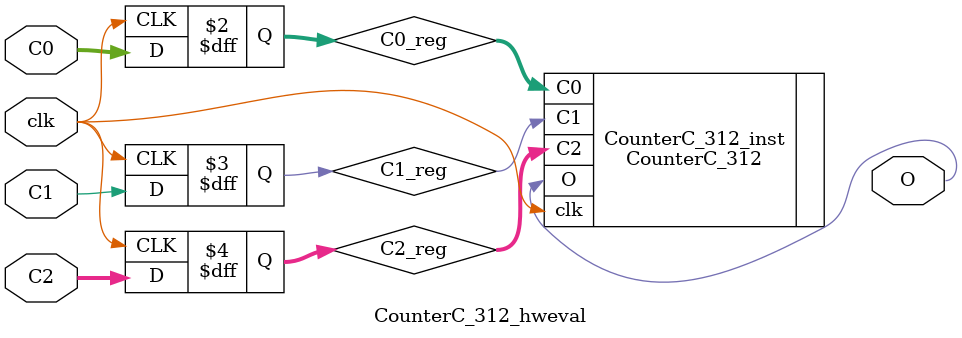
<source format=sv>
`timescale 1ns / 1ps


module CounterC_312_hweval(
    input  logic         clk,
    input  logic [1 : 0] C0,
    input  logic         C1,
    input  logic [2 : 0] C2,
    output logic         O
    );

    logic [1 : 0] C0_reg;
    logic         C1_reg;
    logic [2 : 0] C2_reg;

    always_ff @(posedge clk) begin
        C0_reg <= C0;
        C1_reg <= C1;
        C2_reg <= C2;
    end

    CounterC_312 #(.OUTREG("TRUE"),
                   .USETNM("COUNTERC_312_INST0"),
                   .RLOCNM("X0Y0"))
    CounterC_312_inst(
        .clk(clk   ),
        .C0 (C0_reg),
        .C1 (C1_reg),
        .C2 (C2_reg),
        .O  (O     ));

endmodule

</source>
